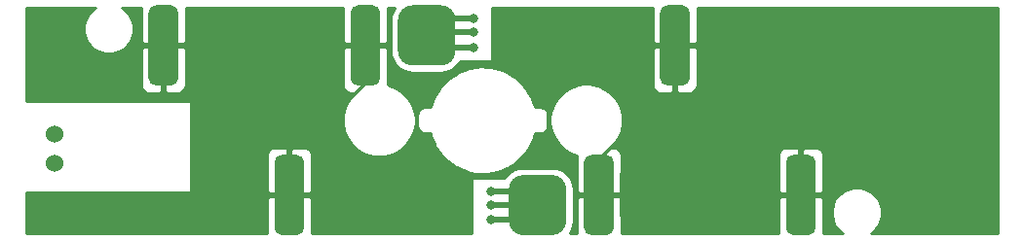
<source format=gtl>
%TF.GenerationSoftware,KiCad,Pcbnew,(5.1.9-0-10_14)*%
%TF.CreationDate,2022-02-18T16:21:06-06:00*%
%TF.ProjectId,OwlSat_Z_Panel,4f776c53-6174-45f5-9a5f-50616e656c2e,rev?*%
%TF.SameCoordinates,Original*%
%TF.FileFunction,Copper,L1,Top*%
%TF.FilePolarity,Positive*%
%FSLAX46Y46*%
G04 Gerber Fmt 4.6, Leading zero omitted, Abs format (unit mm)*
G04 Created by KiCad (PCBNEW (5.1.9-0-10_14)) date 2022-02-18 16:21:06*
%MOMM*%
%LPD*%
G01*
G04 APERTURE LIST*
%TA.AperFunction,ComponentPad*%
%ADD10C,1.524000*%
%TD*%
%TA.AperFunction,ViaPad*%
%ADD11C,0.800000*%
%TD*%
%TA.AperFunction,Conductor*%
%ADD12C,0.250000*%
%TD*%
%TA.AperFunction,Conductor*%
%ADD13C,0.500000*%
%TD*%
%TA.AperFunction,Conductor*%
%ADD14C,0.254000*%
%TD*%
%TA.AperFunction,Conductor*%
%ADD15C,0.100000*%
%TD*%
G04 APERTURE END LIST*
%TO.P,U1,4*%
%TO.N,Net-(U1-Pad1)*%
%TA.AperFunction,SMDPad,CuDef*%
G36*
G01*
X123230000Y-72800000D02*
X123230000Y-78500000D01*
G75*
G02*
X122580000Y-79150000I-650000J0D01*
G01*
X121280000Y-79150000D01*
G75*
G02*
X120630000Y-78500000I0J650000D01*
G01*
X120630000Y-72800000D01*
G75*
G02*
X121280000Y-72150000I650000J0D01*
G01*
X122580000Y-72150000D01*
G75*
G02*
X123230000Y-72800000I0J-650000D01*
G01*
G37*
%TD.AperFunction*%
%TO.P,U1,3*%
%TA.AperFunction,SMDPad,CuDef*%
G36*
G01*
X140780000Y-72800000D02*
X140780000Y-78500000D01*
G75*
G02*
X140130000Y-79150000I-650000J0D01*
G01*
X138830000Y-79150000D01*
G75*
G02*
X138180000Y-78500000I0J650000D01*
G01*
X138180000Y-72800000D01*
G75*
G02*
X138830000Y-72150000I650000J0D01*
G01*
X140130000Y-72150000D01*
G75*
G02*
X140780000Y-72800000I0J-650000D01*
G01*
G37*
%TD.AperFunction*%
%TO.P,U1,2*%
%TO.N,Net-(U1-Pad2)*%
%TA.AperFunction,SMDPad,CuDef*%
G36*
G01*
X147310000Y-73395000D02*
X147310000Y-76145000D01*
G75*
G02*
X146060000Y-77395000I-1250000J0D01*
G01*
X143560000Y-77395000D01*
G75*
G02*
X142310000Y-76145000I0J1250000D01*
G01*
X142310000Y-73395000D01*
G75*
G02*
X143560000Y-72145000I1250000J0D01*
G01*
X146060000Y-72145000D01*
G75*
G02*
X147310000Y-73395000I0J-1250000D01*
G01*
G37*
%TD.AperFunction*%
%TO.P,U1,1*%
%TO.N,Net-(U1-Pad1)*%
%TA.AperFunction,SMDPad,CuDef*%
G36*
G01*
X167680000Y-72800000D02*
X167680000Y-78500000D01*
G75*
G02*
X167030000Y-79150000I-650000J0D01*
G01*
X165730000Y-79150000D01*
G75*
G02*
X165080000Y-78500000I0J650000D01*
G01*
X165080000Y-72800000D01*
G75*
G02*
X165730000Y-72150000I650000J0D01*
G01*
X167030000Y-72150000D01*
G75*
G02*
X167680000Y-72800000I0J-650000D01*
G01*
G37*
%TD.AperFunction*%
%TD*%
%TO.P,U2,1*%
%TO.N,Net-(U1-Pad1)*%
%TA.AperFunction,SMDPad,CuDef*%
G36*
G01*
X131570000Y-91530000D02*
X131570000Y-85830000D01*
G75*
G02*
X132220000Y-85180000I650000J0D01*
G01*
X133520000Y-85180000D01*
G75*
G02*
X134170000Y-85830000I0J-650000D01*
G01*
X134170000Y-91530000D01*
G75*
G02*
X133520000Y-92180000I-650000J0D01*
G01*
X132220000Y-92180000D01*
G75*
G02*
X131570000Y-91530000I0J650000D01*
G01*
G37*
%TD.AperFunction*%
%TO.P,U2,2*%
%TO.N,Net-(U1-Pad2)*%
%TA.AperFunction,SMDPad,CuDef*%
G36*
G01*
X151940000Y-90935000D02*
X151940000Y-88185000D01*
G75*
G02*
X153190000Y-86935000I1250000J0D01*
G01*
X155690000Y-86935000D01*
G75*
G02*
X156940000Y-88185000I0J-1250000D01*
G01*
X156940000Y-90935000D01*
G75*
G02*
X155690000Y-92185000I-1250000J0D01*
G01*
X153190000Y-92185000D01*
G75*
G02*
X151940000Y-90935000I0J1250000D01*
G01*
G37*
%TD.AperFunction*%
%TO.P,U2,3*%
%TO.N,Net-(U1-Pad1)*%
%TA.AperFunction,SMDPad,CuDef*%
G36*
G01*
X158470000Y-91530000D02*
X158470000Y-85830000D01*
G75*
G02*
X159120000Y-85180000I650000J0D01*
G01*
X160420000Y-85180000D01*
G75*
G02*
X161070000Y-85830000I0J-650000D01*
G01*
X161070000Y-91530000D01*
G75*
G02*
X160420000Y-92180000I-650000J0D01*
G01*
X159120000Y-92180000D01*
G75*
G02*
X158470000Y-91530000I0J650000D01*
G01*
G37*
%TD.AperFunction*%
%TO.P,U2,4*%
%TA.AperFunction,SMDPad,CuDef*%
G36*
G01*
X176020000Y-91530000D02*
X176020000Y-85830000D01*
G75*
G02*
X176670000Y-85180000I650000J0D01*
G01*
X177970000Y-85180000D01*
G75*
G02*
X178620000Y-85830000I0J-650000D01*
G01*
X178620000Y-91530000D01*
G75*
G02*
X177970000Y-92180000I-650000J0D01*
G01*
X176670000Y-92180000D01*
G75*
G02*
X176020000Y-91530000I0J650000D01*
G01*
G37*
%TD.AperFunction*%
%TD*%
D10*
%TO.P,U5,1*%
%TO.N,Net-(U4-Pad1)*%
X112510000Y-83370000D03*
%TO.P,U5,2*%
%TO.N,Net-(U4-Pad2)*%
X112510000Y-85910000D03*
%TD*%
D11*
%TO.N,Net-(U1-Pad1)*%
X184840000Y-80270000D03*
X184840000Y-81540000D03*
%TO.N,Net-(U1-Pad2)*%
X148910000Y-73260000D03*
X148920000Y-74490000D03*
X148920000Y-75820000D03*
X150370000Y-88350000D03*
X150380000Y-89570000D03*
X150380000Y-90830000D03*
%TD*%
D12*
%TO.N,Net-(U1-Pad1)*%
X139480000Y-75650000D02*
X139480000Y-78860000D01*
X139480000Y-78860000D02*
X138480000Y-79860000D01*
X159770000Y-88680000D02*
X159770000Y-85530000D01*
X159770000Y-85530000D02*
X160770000Y-84530000D01*
D13*
%TO.N,Net-(U1-Pad2)*%
X153230000Y-88350000D02*
X154440000Y-89560000D01*
X150370000Y-88350000D02*
X153230000Y-88350000D01*
X154430000Y-89570000D02*
X154440000Y-89560000D01*
X150380000Y-89570000D02*
X154430000Y-89570000D01*
X153170000Y-90830000D02*
X154440000Y-89560000D01*
X150380000Y-90830000D02*
X153170000Y-90830000D01*
X146320000Y-73260000D02*
X144810000Y-74770000D01*
X148910000Y-73260000D02*
X146320000Y-73260000D01*
X145090000Y-74490000D02*
X144810000Y-74770000D01*
X148920000Y-74490000D02*
X145090000Y-74490000D01*
X145860000Y-75820000D02*
X144810000Y-74770000D01*
X148920000Y-75820000D02*
X145860000Y-75820000D01*
%TD*%
D14*
%TO.N,Net-(U1-Pad1)*%
X115787023Y-72514837D02*
X115484837Y-72817023D01*
X115247412Y-73172355D01*
X115083870Y-73567179D01*
X115000497Y-73986323D01*
X115000497Y-74413677D01*
X115083870Y-74832821D01*
X115247412Y-75227645D01*
X115484837Y-75582977D01*
X115787023Y-75885163D01*
X116142355Y-76122588D01*
X116537179Y-76286130D01*
X116956323Y-76369503D01*
X117383677Y-76369503D01*
X117802821Y-76286130D01*
X118197645Y-76122588D01*
X118552977Y-75885163D01*
X118855163Y-75582977D01*
X119092588Y-75227645D01*
X119256130Y-74832821D01*
X119339503Y-74413677D01*
X119339503Y-73986323D01*
X119256130Y-73567179D01*
X119092588Y-73172355D01*
X118855163Y-72817023D01*
X118552977Y-72514837D01*
X118286825Y-72337000D01*
X119992107Y-72337000D01*
X119995000Y-75364250D01*
X120153750Y-75523000D01*
X121803000Y-75523000D01*
X121803000Y-75503000D01*
X122057000Y-75503000D01*
X122057000Y-75523000D01*
X123706250Y-75523000D01*
X123865000Y-75364250D01*
X123867893Y-72337000D01*
X137542107Y-72337000D01*
X137545000Y-75364250D01*
X137703750Y-75523000D01*
X139353000Y-75523000D01*
X139353000Y-75503000D01*
X139607000Y-75503000D01*
X139607000Y-75523000D01*
X141256250Y-75523000D01*
X141415000Y-75364250D01*
X141417893Y-72337000D01*
X141997547Y-72337000D01*
X141990126Y-72346043D01*
X141815649Y-72672466D01*
X141708207Y-73026655D01*
X141671928Y-73395000D01*
X141671928Y-76145000D01*
X141708207Y-76513345D01*
X141815649Y-76867534D01*
X141990126Y-77193957D01*
X142224931Y-77480069D01*
X142511043Y-77714874D01*
X142837466Y-77889351D01*
X143191655Y-77996793D01*
X143560000Y-78033072D01*
X146060000Y-78033072D01*
X146428345Y-77996793D01*
X146782534Y-77889351D01*
X147108957Y-77714874D01*
X147395069Y-77480069D01*
X147629874Y-77193957D01*
X147719115Y-77027000D01*
X150320000Y-77027000D01*
X150344776Y-77024560D01*
X150368601Y-77017333D01*
X150390557Y-77005597D01*
X150409803Y-76989803D01*
X150425597Y-76970557D01*
X150437333Y-76948601D01*
X150444560Y-76924776D01*
X150447000Y-76900000D01*
X150447000Y-72337000D01*
X164442107Y-72337000D01*
X164445000Y-75364250D01*
X164603750Y-75523000D01*
X166253000Y-75523000D01*
X166253000Y-75503000D01*
X166507000Y-75503000D01*
X166507000Y-75523000D01*
X168156250Y-75523000D01*
X168315000Y-75364250D01*
X168317893Y-72337000D01*
X194463000Y-72337000D01*
X194463000Y-91993000D01*
X183391646Y-91993000D01*
X183552998Y-91885188D01*
X183855188Y-91582998D01*
X184092617Y-91227660D01*
X184256162Y-90832830D01*
X184339536Y-90413681D01*
X184339536Y-89986319D01*
X184256162Y-89567170D01*
X184092617Y-89172340D01*
X183855188Y-88817002D01*
X183552998Y-88514812D01*
X183197660Y-88277383D01*
X182802830Y-88113838D01*
X182383681Y-88030464D01*
X181956319Y-88030464D01*
X181537170Y-88113838D01*
X181142340Y-88277383D01*
X180787002Y-88514812D01*
X180484812Y-88817002D01*
X180247383Y-89172340D01*
X180083838Y-89567170D01*
X180000464Y-89986319D01*
X180000464Y-90413681D01*
X180083838Y-90832830D01*
X180247383Y-91227660D01*
X180484812Y-91582998D01*
X180787002Y-91885188D01*
X180948354Y-91993000D01*
X179257893Y-91993000D01*
X179255000Y-88965750D01*
X179096250Y-88807000D01*
X177447000Y-88807000D01*
X177447000Y-88827000D01*
X177193000Y-88827000D01*
X177193000Y-88807000D01*
X175543750Y-88807000D01*
X175385000Y-88965750D01*
X175382107Y-91993000D01*
X161707893Y-91993000D01*
X161705000Y-88965750D01*
X161546250Y-88807000D01*
X159897000Y-88807000D01*
X159897000Y-88827000D01*
X159643000Y-88827000D01*
X159643000Y-88807000D01*
X157993750Y-88807000D01*
X157835000Y-88965750D01*
X157832107Y-91993000D01*
X157252453Y-91993000D01*
X157259874Y-91983957D01*
X157434351Y-91657534D01*
X157541793Y-91303345D01*
X157578072Y-90935000D01*
X157578072Y-88185000D01*
X157541793Y-87816655D01*
X157434351Y-87462466D01*
X157259874Y-87136043D01*
X157025069Y-86849931D01*
X156738957Y-86615126D01*
X156412534Y-86440649D01*
X156058345Y-86333207D01*
X155690000Y-86296928D01*
X153190000Y-86296928D01*
X152821655Y-86333207D01*
X152467466Y-86440649D01*
X152141043Y-86615126D01*
X151854931Y-86849931D01*
X151620126Y-87136043D01*
X151611062Y-87153000D01*
X148840000Y-87153000D01*
X148815224Y-87155440D01*
X148791399Y-87162667D01*
X148769443Y-87174403D01*
X148750197Y-87190197D01*
X148734403Y-87209443D01*
X148722667Y-87231399D01*
X148715440Y-87255224D01*
X148713000Y-87280000D01*
X148713000Y-91993000D01*
X134807893Y-91993000D01*
X134805000Y-88965750D01*
X134646250Y-88807000D01*
X132997000Y-88807000D01*
X132997000Y-88827000D01*
X132743000Y-88827000D01*
X132743000Y-88807000D01*
X131093750Y-88807000D01*
X130935000Y-88965750D01*
X130932107Y-91993000D01*
X109977000Y-91993000D01*
X109977000Y-88467000D01*
X124240000Y-88467000D01*
X124264939Y-88464527D01*
X124288754Y-88457269D01*
X124310695Y-88445505D01*
X124329919Y-88429686D01*
X124345688Y-88410420D01*
X124357396Y-88388448D01*
X124364592Y-88364614D01*
X124367000Y-88339835D01*
X124362886Y-85180000D01*
X130931928Y-85180000D01*
X130935000Y-88394250D01*
X131093750Y-88553000D01*
X132743000Y-88553000D01*
X132743000Y-84703750D01*
X132997000Y-84703750D01*
X132997000Y-88553000D01*
X134646250Y-88553000D01*
X134805000Y-88394250D01*
X134808072Y-85180000D01*
X134795812Y-85055518D01*
X134759502Y-84935820D01*
X134700537Y-84825506D01*
X134621185Y-84728815D01*
X134524494Y-84649463D01*
X134414180Y-84590498D01*
X134294482Y-84554188D01*
X134170000Y-84541928D01*
X133155750Y-84545000D01*
X132997000Y-84703750D01*
X132743000Y-84703750D01*
X132584250Y-84545000D01*
X131570000Y-84541928D01*
X131445518Y-84554188D01*
X131325820Y-84590498D01*
X131215506Y-84649463D01*
X131118815Y-84728815D01*
X131039463Y-84825506D01*
X130980498Y-84935820D01*
X130944188Y-85055518D01*
X130931928Y-85180000D01*
X124362886Y-85180000D01*
X124358548Y-81848305D01*
X137515313Y-81848305D01*
X137515313Y-82471695D01*
X137636930Y-83083105D01*
X137875490Y-83659042D01*
X138221827Y-84177371D01*
X138662629Y-84618173D01*
X139180958Y-84964510D01*
X139756895Y-85203070D01*
X140368305Y-85324687D01*
X140991695Y-85324687D01*
X141603105Y-85203070D01*
X142179042Y-84964510D01*
X142697371Y-84618173D01*
X143138173Y-84177371D01*
X143484510Y-83659042D01*
X143723070Y-83083105D01*
X143844687Y-82471695D01*
X143844687Y-81848305D01*
X143807231Y-81660000D01*
X144006807Y-81660000D01*
X144010000Y-81692420D01*
X144010001Y-82627571D01*
X144006807Y-82660000D01*
X144019550Y-82789383D01*
X144057290Y-82913793D01*
X144118575Y-83028450D01*
X144201052Y-83128948D01*
X144301550Y-83211425D01*
X144416207Y-83272710D01*
X144540617Y-83310450D01*
X144637581Y-83320000D01*
X144670000Y-83323193D01*
X144702419Y-83320000D01*
X145131717Y-83320000D01*
X145149968Y-83408910D01*
X145165750Y-83459891D01*
X145179810Y-83511377D01*
X145183154Y-83519964D01*
X145473729Y-84251075D01*
X145501126Y-84304213D01*
X145527809Y-84357789D01*
X145532757Y-84365563D01*
X145959804Y-85026310D01*
X145997019Y-85073138D01*
X146033583Y-85120489D01*
X146039947Y-85127154D01*
X146587201Y-85692370D01*
X146632822Y-85731093D01*
X146677866Y-85770423D01*
X146685403Y-85775725D01*
X147332019Y-86223881D01*
X147384247Y-86252981D01*
X147436119Y-86282839D01*
X147444542Y-86286576D01*
X148165891Y-86600602D01*
X148222800Y-86619010D01*
X148279459Y-86638216D01*
X148288448Y-86640246D01*
X149057054Y-86808181D01*
X149116457Y-86815185D01*
X149175765Y-86823020D01*
X149184977Y-86823265D01*
X149971565Y-86838712D01*
X150031185Y-86834046D01*
X150090897Y-86830211D01*
X150099981Y-86828662D01*
X150874587Y-86691033D01*
X150932165Y-86674875D01*
X150989996Y-86659515D01*
X150998607Y-86656231D01*
X151731729Y-86370767D01*
X151785094Y-86343722D01*
X151838817Y-86317433D01*
X151846625Y-86312539D01*
X152510338Y-85890115D01*
X152557414Y-85853236D01*
X152605028Y-85816997D01*
X152611738Y-85810680D01*
X153180762Y-85267385D01*
X153219774Y-85222069D01*
X153259447Y-85177267D01*
X153264801Y-85169766D01*
X153717461Y-84526295D01*
X153746943Y-84474238D01*
X153777143Y-84422609D01*
X153780939Y-84414212D01*
X154099993Y-83695073D01*
X154118797Y-83638296D01*
X154138399Y-83581771D01*
X154140491Y-83572796D01*
X154197577Y-83320000D01*
X154637581Y-83320000D01*
X154670000Y-83323193D01*
X154702419Y-83320000D01*
X154799383Y-83310450D01*
X154923793Y-83272710D01*
X155038450Y-83211425D01*
X155138948Y-83128948D01*
X155221425Y-83028450D01*
X155282710Y-82913793D01*
X155320450Y-82789383D01*
X155333193Y-82660000D01*
X155330000Y-82627581D01*
X155330000Y-81848305D01*
X155515313Y-81848305D01*
X155515313Y-82471695D01*
X155636930Y-83083105D01*
X155875490Y-83659042D01*
X156221827Y-84177371D01*
X156662629Y-84618173D01*
X157180958Y-84964510D01*
X157756895Y-85203070D01*
X157831964Y-85218002D01*
X157835000Y-88394250D01*
X157993750Y-88553000D01*
X159643000Y-88553000D01*
X159643000Y-88533000D01*
X159897000Y-88533000D01*
X159897000Y-88553000D01*
X161546250Y-88553000D01*
X161705000Y-88394250D01*
X161708072Y-85180000D01*
X175381928Y-85180000D01*
X175385000Y-88394250D01*
X175543750Y-88553000D01*
X177193000Y-88553000D01*
X177193000Y-84703750D01*
X177447000Y-84703750D01*
X177447000Y-88553000D01*
X179096250Y-88553000D01*
X179255000Y-88394250D01*
X179258072Y-85180000D01*
X179245812Y-85055518D01*
X179209502Y-84935820D01*
X179150537Y-84825506D01*
X179071185Y-84728815D01*
X178974494Y-84649463D01*
X178864180Y-84590498D01*
X178744482Y-84554188D01*
X178620000Y-84541928D01*
X177605750Y-84545000D01*
X177447000Y-84703750D01*
X177193000Y-84703750D01*
X177034250Y-84545000D01*
X176020000Y-84541928D01*
X175895518Y-84554188D01*
X175775820Y-84590498D01*
X175665506Y-84649463D01*
X175568815Y-84728815D01*
X175489463Y-84825506D01*
X175430498Y-84935820D01*
X175394188Y-85055518D01*
X175381928Y-85180000D01*
X161708072Y-85180000D01*
X161695812Y-85055518D01*
X161659502Y-84935820D01*
X161600537Y-84825506D01*
X161521185Y-84728815D01*
X161424494Y-84649463D01*
X161314180Y-84590498D01*
X161194482Y-84554188D01*
X161070000Y-84541928D01*
X160772716Y-84542828D01*
X161138173Y-84177371D01*
X161484510Y-83659042D01*
X161723070Y-83083105D01*
X161844687Y-82471695D01*
X161844687Y-81848305D01*
X161723070Y-81236895D01*
X161484510Y-80660958D01*
X161138173Y-80142629D01*
X160697371Y-79701827D01*
X160179042Y-79355490D01*
X159682944Y-79150000D01*
X164441928Y-79150000D01*
X164454188Y-79274482D01*
X164490498Y-79394180D01*
X164549463Y-79504494D01*
X164628815Y-79601185D01*
X164725506Y-79680537D01*
X164835820Y-79739502D01*
X164955518Y-79775812D01*
X165080000Y-79788072D01*
X166094250Y-79785000D01*
X166253000Y-79626250D01*
X166253000Y-75777000D01*
X166507000Y-75777000D01*
X166507000Y-79626250D01*
X166665750Y-79785000D01*
X167680000Y-79788072D01*
X167804482Y-79775812D01*
X167924180Y-79739502D01*
X168034494Y-79680537D01*
X168131185Y-79601185D01*
X168210537Y-79504494D01*
X168269502Y-79394180D01*
X168305812Y-79274482D01*
X168318072Y-79150000D01*
X168315000Y-75935750D01*
X168156250Y-75777000D01*
X166507000Y-75777000D01*
X166253000Y-75777000D01*
X164603750Y-75777000D01*
X164445000Y-75935750D01*
X164441928Y-79150000D01*
X159682944Y-79150000D01*
X159603105Y-79116930D01*
X158991695Y-78995313D01*
X158368305Y-78995313D01*
X157756895Y-79116930D01*
X157180958Y-79355490D01*
X156662629Y-79701827D01*
X156221827Y-80142629D01*
X155875490Y-80660958D01*
X155636930Y-81236895D01*
X155515313Y-81848305D01*
X155330000Y-81848305D01*
X155330000Y-81692419D01*
X155333193Y-81660000D01*
X155320450Y-81530617D01*
X155282710Y-81406207D01*
X155221425Y-81291550D01*
X155138948Y-81191052D01*
X155038450Y-81108575D01*
X154923793Y-81047290D01*
X154799383Y-81009550D01*
X154702419Y-81000000D01*
X154670000Y-80996807D01*
X154637581Y-81000000D01*
X154208366Y-81000000D01*
X154190395Y-80912385D01*
X154174641Y-80861467D01*
X154160606Y-80810010D01*
X154157264Y-80801422D01*
X153866917Y-80070221D01*
X153839518Y-80017041D01*
X153812869Y-79963490D01*
X153807923Y-79955714D01*
X153381079Y-79294834D01*
X153343869Y-79247983D01*
X153307330Y-79200634D01*
X153300968Y-79193967D01*
X152753888Y-78628582D01*
X152708301Y-78589863D01*
X152663247Y-78550500D01*
X152655712Y-78545196D01*
X152009234Y-78096840D01*
X151956996Y-78067714D01*
X151905153Y-78037851D01*
X151896731Y-78034112D01*
X151175479Y-77719863D01*
X151118588Y-77701441D01*
X151061922Y-77682213D01*
X151052933Y-77680181D01*
X150284380Y-77512009D01*
X150224990Y-77504988D01*
X150165672Y-77497133D01*
X150156460Y-77496885D01*
X149369879Y-77481196D01*
X149310209Y-77485848D01*
X149250544Y-77489661D01*
X149241460Y-77491207D01*
X149241456Y-77491207D01*
X148466811Y-77628597D01*
X148409257Y-77644729D01*
X148351392Y-77660079D01*
X148342781Y-77663360D01*
X147609571Y-77948597D01*
X147556221Y-77975613D01*
X147502465Y-78001898D01*
X147494656Y-78006789D01*
X146830812Y-78429008D01*
X146783696Y-78465896D01*
X146736100Y-78502098D01*
X146729388Y-78508413D01*
X146160197Y-79051533D01*
X146121153Y-79096858D01*
X146081485Y-79141627D01*
X146076128Y-79149125D01*
X145623270Y-79792457D01*
X145593782Y-79844487D01*
X145563556Y-79896123D01*
X145559758Y-79904519D01*
X145240481Y-80623561D01*
X145221666Y-80680311D01*
X145202039Y-80736852D01*
X145199944Y-80745826D01*
X145142464Y-81000000D01*
X144702419Y-81000000D01*
X144670000Y-80996807D01*
X144637581Y-81000000D01*
X144540617Y-81009550D01*
X144416207Y-81047290D01*
X144301550Y-81108575D01*
X144201052Y-81191052D01*
X144118575Y-81291550D01*
X144057290Y-81406207D01*
X144019550Y-81530617D01*
X144006807Y-81660000D01*
X143807231Y-81660000D01*
X143723070Y-81236895D01*
X143484510Y-80660958D01*
X143138173Y-80142629D01*
X142697371Y-79701827D01*
X142179042Y-79355490D01*
X141603105Y-79116930D01*
X141418005Y-79080111D01*
X141415000Y-75935750D01*
X141256250Y-75777000D01*
X139607000Y-75777000D01*
X139607000Y-75797000D01*
X139353000Y-75797000D01*
X139353000Y-75777000D01*
X137703750Y-75777000D01*
X137545000Y-75935750D01*
X137541928Y-79150000D01*
X137554188Y-79274482D01*
X137590498Y-79394180D01*
X137649463Y-79504494D01*
X137728815Y-79601185D01*
X137825506Y-79680537D01*
X137935820Y-79739502D01*
X138055518Y-79775812D01*
X138180000Y-79788072D01*
X138577588Y-79786868D01*
X138221827Y-80142629D01*
X137875490Y-80660958D01*
X137636930Y-81236895D01*
X137515313Y-81848305D01*
X124358548Y-81848305D01*
X124357000Y-80659835D01*
X124354560Y-80635224D01*
X124347333Y-80611399D01*
X124335597Y-80589443D01*
X124319803Y-80570197D01*
X124300557Y-80554403D01*
X124278601Y-80542667D01*
X124254776Y-80535440D01*
X124230000Y-80533000D01*
X109977000Y-80533000D01*
X109977000Y-79150000D01*
X119991928Y-79150000D01*
X120004188Y-79274482D01*
X120040498Y-79394180D01*
X120099463Y-79504494D01*
X120178815Y-79601185D01*
X120275506Y-79680537D01*
X120385820Y-79739502D01*
X120505518Y-79775812D01*
X120630000Y-79788072D01*
X121644250Y-79785000D01*
X121803000Y-79626250D01*
X121803000Y-75777000D01*
X122057000Y-75777000D01*
X122057000Y-79626250D01*
X122215750Y-79785000D01*
X123230000Y-79788072D01*
X123354482Y-79775812D01*
X123474180Y-79739502D01*
X123584494Y-79680537D01*
X123681185Y-79601185D01*
X123760537Y-79504494D01*
X123819502Y-79394180D01*
X123855812Y-79274482D01*
X123868072Y-79150000D01*
X123865000Y-75935750D01*
X123706250Y-75777000D01*
X122057000Y-75777000D01*
X121803000Y-75777000D01*
X120153750Y-75777000D01*
X119995000Y-75935750D01*
X119991928Y-79150000D01*
X109977000Y-79150000D01*
X109977000Y-72337000D01*
X116053175Y-72337000D01*
X115787023Y-72514837D01*
%TA.AperFunction,Conductor*%
D15*
G36*
X115787023Y-72514837D02*
G01*
X115484837Y-72817023D01*
X115247412Y-73172355D01*
X115083870Y-73567179D01*
X115000497Y-73986323D01*
X115000497Y-74413677D01*
X115083870Y-74832821D01*
X115247412Y-75227645D01*
X115484837Y-75582977D01*
X115787023Y-75885163D01*
X116142355Y-76122588D01*
X116537179Y-76286130D01*
X116956323Y-76369503D01*
X117383677Y-76369503D01*
X117802821Y-76286130D01*
X118197645Y-76122588D01*
X118552977Y-75885163D01*
X118855163Y-75582977D01*
X119092588Y-75227645D01*
X119256130Y-74832821D01*
X119339503Y-74413677D01*
X119339503Y-73986323D01*
X119256130Y-73567179D01*
X119092588Y-73172355D01*
X118855163Y-72817023D01*
X118552977Y-72514837D01*
X118286825Y-72337000D01*
X119992107Y-72337000D01*
X119995000Y-75364250D01*
X120153750Y-75523000D01*
X121803000Y-75523000D01*
X121803000Y-75503000D01*
X122057000Y-75503000D01*
X122057000Y-75523000D01*
X123706250Y-75523000D01*
X123865000Y-75364250D01*
X123867893Y-72337000D01*
X137542107Y-72337000D01*
X137545000Y-75364250D01*
X137703750Y-75523000D01*
X139353000Y-75523000D01*
X139353000Y-75503000D01*
X139607000Y-75503000D01*
X139607000Y-75523000D01*
X141256250Y-75523000D01*
X141415000Y-75364250D01*
X141417893Y-72337000D01*
X141997547Y-72337000D01*
X141990126Y-72346043D01*
X141815649Y-72672466D01*
X141708207Y-73026655D01*
X141671928Y-73395000D01*
X141671928Y-76145000D01*
X141708207Y-76513345D01*
X141815649Y-76867534D01*
X141990126Y-77193957D01*
X142224931Y-77480069D01*
X142511043Y-77714874D01*
X142837466Y-77889351D01*
X143191655Y-77996793D01*
X143560000Y-78033072D01*
X146060000Y-78033072D01*
X146428345Y-77996793D01*
X146782534Y-77889351D01*
X147108957Y-77714874D01*
X147395069Y-77480069D01*
X147629874Y-77193957D01*
X147719115Y-77027000D01*
X150320000Y-77027000D01*
X150344776Y-77024560D01*
X150368601Y-77017333D01*
X150390557Y-77005597D01*
X150409803Y-76989803D01*
X150425597Y-76970557D01*
X150437333Y-76948601D01*
X150444560Y-76924776D01*
X150447000Y-76900000D01*
X150447000Y-72337000D01*
X164442107Y-72337000D01*
X164445000Y-75364250D01*
X164603750Y-75523000D01*
X166253000Y-75523000D01*
X166253000Y-75503000D01*
X166507000Y-75503000D01*
X166507000Y-75523000D01*
X168156250Y-75523000D01*
X168315000Y-75364250D01*
X168317893Y-72337000D01*
X194463000Y-72337000D01*
X194463000Y-91993000D01*
X183391646Y-91993000D01*
X183552998Y-91885188D01*
X183855188Y-91582998D01*
X184092617Y-91227660D01*
X184256162Y-90832830D01*
X184339536Y-90413681D01*
X184339536Y-89986319D01*
X184256162Y-89567170D01*
X184092617Y-89172340D01*
X183855188Y-88817002D01*
X183552998Y-88514812D01*
X183197660Y-88277383D01*
X182802830Y-88113838D01*
X182383681Y-88030464D01*
X181956319Y-88030464D01*
X181537170Y-88113838D01*
X181142340Y-88277383D01*
X180787002Y-88514812D01*
X180484812Y-88817002D01*
X180247383Y-89172340D01*
X180083838Y-89567170D01*
X180000464Y-89986319D01*
X180000464Y-90413681D01*
X180083838Y-90832830D01*
X180247383Y-91227660D01*
X180484812Y-91582998D01*
X180787002Y-91885188D01*
X180948354Y-91993000D01*
X179257893Y-91993000D01*
X179255000Y-88965750D01*
X179096250Y-88807000D01*
X177447000Y-88807000D01*
X177447000Y-88827000D01*
X177193000Y-88827000D01*
X177193000Y-88807000D01*
X175543750Y-88807000D01*
X175385000Y-88965750D01*
X175382107Y-91993000D01*
X161707893Y-91993000D01*
X161705000Y-88965750D01*
X161546250Y-88807000D01*
X159897000Y-88807000D01*
X159897000Y-88827000D01*
X159643000Y-88827000D01*
X159643000Y-88807000D01*
X157993750Y-88807000D01*
X157835000Y-88965750D01*
X157832107Y-91993000D01*
X157252453Y-91993000D01*
X157259874Y-91983957D01*
X157434351Y-91657534D01*
X157541793Y-91303345D01*
X157578072Y-90935000D01*
X157578072Y-88185000D01*
X157541793Y-87816655D01*
X157434351Y-87462466D01*
X157259874Y-87136043D01*
X157025069Y-86849931D01*
X156738957Y-86615126D01*
X156412534Y-86440649D01*
X156058345Y-86333207D01*
X155690000Y-86296928D01*
X153190000Y-86296928D01*
X152821655Y-86333207D01*
X152467466Y-86440649D01*
X152141043Y-86615126D01*
X151854931Y-86849931D01*
X151620126Y-87136043D01*
X151611062Y-87153000D01*
X148840000Y-87153000D01*
X148815224Y-87155440D01*
X148791399Y-87162667D01*
X148769443Y-87174403D01*
X148750197Y-87190197D01*
X148734403Y-87209443D01*
X148722667Y-87231399D01*
X148715440Y-87255224D01*
X148713000Y-87280000D01*
X148713000Y-91993000D01*
X134807893Y-91993000D01*
X134805000Y-88965750D01*
X134646250Y-88807000D01*
X132997000Y-88807000D01*
X132997000Y-88827000D01*
X132743000Y-88827000D01*
X132743000Y-88807000D01*
X131093750Y-88807000D01*
X130935000Y-88965750D01*
X130932107Y-91993000D01*
X109977000Y-91993000D01*
X109977000Y-88467000D01*
X124240000Y-88467000D01*
X124264939Y-88464527D01*
X124288754Y-88457269D01*
X124310695Y-88445505D01*
X124329919Y-88429686D01*
X124345688Y-88410420D01*
X124357396Y-88388448D01*
X124364592Y-88364614D01*
X124367000Y-88339835D01*
X124362886Y-85180000D01*
X130931928Y-85180000D01*
X130935000Y-88394250D01*
X131093750Y-88553000D01*
X132743000Y-88553000D01*
X132743000Y-84703750D01*
X132997000Y-84703750D01*
X132997000Y-88553000D01*
X134646250Y-88553000D01*
X134805000Y-88394250D01*
X134808072Y-85180000D01*
X134795812Y-85055518D01*
X134759502Y-84935820D01*
X134700537Y-84825506D01*
X134621185Y-84728815D01*
X134524494Y-84649463D01*
X134414180Y-84590498D01*
X134294482Y-84554188D01*
X134170000Y-84541928D01*
X133155750Y-84545000D01*
X132997000Y-84703750D01*
X132743000Y-84703750D01*
X132584250Y-84545000D01*
X131570000Y-84541928D01*
X131445518Y-84554188D01*
X131325820Y-84590498D01*
X131215506Y-84649463D01*
X131118815Y-84728815D01*
X131039463Y-84825506D01*
X130980498Y-84935820D01*
X130944188Y-85055518D01*
X130931928Y-85180000D01*
X124362886Y-85180000D01*
X124358548Y-81848305D01*
X137515313Y-81848305D01*
X137515313Y-82471695D01*
X137636930Y-83083105D01*
X137875490Y-83659042D01*
X138221827Y-84177371D01*
X138662629Y-84618173D01*
X139180958Y-84964510D01*
X139756895Y-85203070D01*
X140368305Y-85324687D01*
X140991695Y-85324687D01*
X141603105Y-85203070D01*
X142179042Y-84964510D01*
X142697371Y-84618173D01*
X143138173Y-84177371D01*
X143484510Y-83659042D01*
X143723070Y-83083105D01*
X143844687Y-82471695D01*
X143844687Y-81848305D01*
X143807231Y-81660000D01*
X144006807Y-81660000D01*
X144010000Y-81692420D01*
X144010001Y-82627571D01*
X144006807Y-82660000D01*
X144019550Y-82789383D01*
X144057290Y-82913793D01*
X144118575Y-83028450D01*
X144201052Y-83128948D01*
X144301550Y-83211425D01*
X144416207Y-83272710D01*
X144540617Y-83310450D01*
X144637581Y-83320000D01*
X144670000Y-83323193D01*
X144702419Y-83320000D01*
X145131717Y-83320000D01*
X145149968Y-83408910D01*
X145165750Y-83459891D01*
X145179810Y-83511377D01*
X145183154Y-83519964D01*
X145473729Y-84251075D01*
X145501126Y-84304213D01*
X145527809Y-84357789D01*
X145532757Y-84365563D01*
X145959804Y-85026310D01*
X145997019Y-85073138D01*
X146033583Y-85120489D01*
X146039947Y-85127154D01*
X146587201Y-85692370D01*
X146632822Y-85731093D01*
X146677866Y-85770423D01*
X146685403Y-85775725D01*
X147332019Y-86223881D01*
X147384247Y-86252981D01*
X147436119Y-86282839D01*
X147444542Y-86286576D01*
X148165891Y-86600602D01*
X148222800Y-86619010D01*
X148279459Y-86638216D01*
X148288448Y-86640246D01*
X149057054Y-86808181D01*
X149116457Y-86815185D01*
X149175765Y-86823020D01*
X149184977Y-86823265D01*
X149971565Y-86838712D01*
X150031185Y-86834046D01*
X150090897Y-86830211D01*
X150099981Y-86828662D01*
X150874587Y-86691033D01*
X150932165Y-86674875D01*
X150989996Y-86659515D01*
X150998607Y-86656231D01*
X151731729Y-86370767D01*
X151785094Y-86343722D01*
X151838817Y-86317433D01*
X151846625Y-86312539D01*
X152510338Y-85890115D01*
X152557414Y-85853236D01*
X152605028Y-85816997D01*
X152611738Y-85810680D01*
X153180762Y-85267385D01*
X153219774Y-85222069D01*
X153259447Y-85177267D01*
X153264801Y-85169766D01*
X153717461Y-84526295D01*
X153746943Y-84474238D01*
X153777143Y-84422609D01*
X153780939Y-84414212D01*
X154099993Y-83695073D01*
X154118797Y-83638296D01*
X154138399Y-83581771D01*
X154140491Y-83572796D01*
X154197577Y-83320000D01*
X154637581Y-83320000D01*
X154670000Y-83323193D01*
X154702419Y-83320000D01*
X154799383Y-83310450D01*
X154923793Y-83272710D01*
X155038450Y-83211425D01*
X155138948Y-83128948D01*
X155221425Y-83028450D01*
X155282710Y-82913793D01*
X155320450Y-82789383D01*
X155333193Y-82660000D01*
X155330000Y-82627581D01*
X155330000Y-81848305D01*
X155515313Y-81848305D01*
X155515313Y-82471695D01*
X155636930Y-83083105D01*
X155875490Y-83659042D01*
X156221827Y-84177371D01*
X156662629Y-84618173D01*
X157180958Y-84964510D01*
X157756895Y-85203070D01*
X157831964Y-85218002D01*
X157835000Y-88394250D01*
X157993750Y-88553000D01*
X159643000Y-88553000D01*
X159643000Y-88533000D01*
X159897000Y-88533000D01*
X159897000Y-88553000D01*
X161546250Y-88553000D01*
X161705000Y-88394250D01*
X161708072Y-85180000D01*
X175381928Y-85180000D01*
X175385000Y-88394250D01*
X175543750Y-88553000D01*
X177193000Y-88553000D01*
X177193000Y-84703750D01*
X177447000Y-84703750D01*
X177447000Y-88553000D01*
X179096250Y-88553000D01*
X179255000Y-88394250D01*
X179258072Y-85180000D01*
X179245812Y-85055518D01*
X179209502Y-84935820D01*
X179150537Y-84825506D01*
X179071185Y-84728815D01*
X178974494Y-84649463D01*
X178864180Y-84590498D01*
X178744482Y-84554188D01*
X178620000Y-84541928D01*
X177605750Y-84545000D01*
X177447000Y-84703750D01*
X177193000Y-84703750D01*
X177034250Y-84545000D01*
X176020000Y-84541928D01*
X175895518Y-84554188D01*
X175775820Y-84590498D01*
X175665506Y-84649463D01*
X175568815Y-84728815D01*
X175489463Y-84825506D01*
X175430498Y-84935820D01*
X175394188Y-85055518D01*
X175381928Y-85180000D01*
X161708072Y-85180000D01*
X161695812Y-85055518D01*
X161659502Y-84935820D01*
X161600537Y-84825506D01*
X161521185Y-84728815D01*
X161424494Y-84649463D01*
X161314180Y-84590498D01*
X161194482Y-84554188D01*
X161070000Y-84541928D01*
X160772716Y-84542828D01*
X161138173Y-84177371D01*
X161484510Y-83659042D01*
X161723070Y-83083105D01*
X161844687Y-82471695D01*
X161844687Y-81848305D01*
X161723070Y-81236895D01*
X161484510Y-80660958D01*
X161138173Y-80142629D01*
X160697371Y-79701827D01*
X160179042Y-79355490D01*
X159682944Y-79150000D01*
X164441928Y-79150000D01*
X164454188Y-79274482D01*
X164490498Y-79394180D01*
X164549463Y-79504494D01*
X164628815Y-79601185D01*
X164725506Y-79680537D01*
X164835820Y-79739502D01*
X164955518Y-79775812D01*
X165080000Y-79788072D01*
X166094250Y-79785000D01*
X166253000Y-79626250D01*
X166253000Y-75777000D01*
X166507000Y-75777000D01*
X166507000Y-79626250D01*
X166665750Y-79785000D01*
X167680000Y-79788072D01*
X167804482Y-79775812D01*
X167924180Y-79739502D01*
X168034494Y-79680537D01*
X168131185Y-79601185D01*
X168210537Y-79504494D01*
X168269502Y-79394180D01*
X168305812Y-79274482D01*
X168318072Y-79150000D01*
X168315000Y-75935750D01*
X168156250Y-75777000D01*
X166507000Y-75777000D01*
X166253000Y-75777000D01*
X164603750Y-75777000D01*
X164445000Y-75935750D01*
X164441928Y-79150000D01*
X159682944Y-79150000D01*
X159603105Y-79116930D01*
X158991695Y-78995313D01*
X158368305Y-78995313D01*
X157756895Y-79116930D01*
X157180958Y-79355490D01*
X156662629Y-79701827D01*
X156221827Y-80142629D01*
X155875490Y-80660958D01*
X155636930Y-81236895D01*
X155515313Y-81848305D01*
X155330000Y-81848305D01*
X155330000Y-81692419D01*
X155333193Y-81660000D01*
X155320450Y-81530617D01*
X155282710Y-81406207D01*
X155221425Y-81291550D01*
X155138948Y-81191052D01*
X155038450Y-81108575D01*
X154923793Y-81047290D01*
X154799383Y-81009550D01*
X154702419Y-81000000D01*
X154670000Y-80996807D01*
X154637581Y-81000000D01*
X154208366Y-81000000D01*
X154190395Y-80912385D01*
X154174641Y-80861467D01*
X154160606Y-80810010D01*
X154157264Y-80801422D01*
X153866917Y-80070221D01*
X153839518Y-80017041D01*
X153812869Y-79963490D01*
X153807923Y-79955714D01*
X153381079Y-79294834D01*
X153343869Y-79247983D01*
X153307330Y-79200634D01*
X153300968Y-79193967D01*
X152753888Y-78628582D01*
X152708301Y-78589863D01*
X152663247Y-78550500D01*
X152655712Y-78545196D01*
X152009234Y-78096840D01*
X151956996Y-78067714D01*
X151905153Y-78037851D01*
X151896731Y-78034112D01*
X151175479Y-77719863D01*
X151118588Y-77701441D01*
X151061922Y-77682213D01*
X151052933Y-77680181D01*
X150284380Y-77512009D01*
X150224990Y-77504988D01*
X150165672Y-77497133D01*
X150156460Y-77496885D01*
X149369879Y-77481196D01*
X149310209Y-77485848D01*
X149250544Y-77489661D01*
X149241460Y-77491207D01*
X149241456Y-77491207D01*
X148466811Y-77628597D01*
X148409257Y-77644729D01*
X148351392Y-77660079D01*
X148342781Y-77663360D01*
X147609571Y-77948597D01*
X147556221Y-77975613D01*
X147502465Y-78001898D01*
X147494656Y-78006789D01*
X146830812Y-78429008D01*
X146783696Y-78465896D01*
X146736100Y-78502098D01*
X146729388Y-78508413D01*
X146160197Y-79051533D01*
X146121153Y-79096858D01*
X146081485Y-79141627D01*
X146076128Y-79149125D01*
X145623270Y-79792457D01*
X145593782Y-79844487D01*
X145563556Y-79896123D01*
X145559758Y-79904519D01*
X145240481Y-80623561D01*
X145221666Y-80680311D01*
X145202039Y-80736852D01*
X145199944Y-80745826D01*
X145142464Y-81000000D01*
X144702419Y-81000000D01*
X144670000Y-80996807D01*
X144637581Y-81000000D01*
X144540617Y-81009550D01*
X144416207Y-81047290D01*
X144301550Y-81108575D01*
X144201052Y-81191052D01*
X144118575Y-81291550D01*
X144057290Y-81406207D01*
X144019550Y-81530617D01*
X144006807Y-81660000D01*
X143807231Y-81660000D01*
X143723070Y-81236895D01*
X143484510Y-80660958D01*
X143138173Y-80142629D01*
X142697371Y-79701827D01*
X142179042Y-79355490D01*
X141603105Y-79116930D01*
X141418005Y-79080111D01*
X141415000Y-75935750D01*
X141256250Y-75777000D01*
X139607000Y-75777000D01*
X139607000Y-75797000D01*
X139353000Y-75797000D01*
X139353000Y-75777000D01*
X137703750Y-75777000D01*
X137545000Y-75935750D01*
X137541928Y-79150000D01*
X137554188Y-79274482D01*
X137590498Y-79394180D01*
X137649463Y-79504494D01*
X137728815Y-79601185D01*
X137825506Y-79680537D01*
X137935820Y-79739502D01*
X138055518Y-79775812D01*
X138180000Y-79788072D01*
X138577588Y-79786868D01*
X138221827Y-80142629D01*
X137875490Y-80660958D01*
X137636930Y-81236895D01*
X137515313Y-81848305D01*
X124358548Y-81848305D01*
X124357000Y-80659835D01*
X124354560Y-80635224D01*
X124347333Y-80611399D01*
X124335597Y-80589443D01*
X124319803Y-80570197D01*
X124300557Y-80554403D01*
X124278601Y-80542667D01*
X124254776Y-80535440D01*
X124230000Y-80533000D01*
X109977000Y-80533000D01*
X109977000Y-79150000D01*
X119991928Y-79150000D01*
X120004188Y-79274482D01*
X120040498Y-79394180D01*
X120099463Y-79504494D01*
X120178815Y-79601185D01*
X120275506Y-79680537D01*
X120385820Y-79739502D01*
X120505518Y-79775812D01*
X120630000Y-79788072D01*
X121644250Y-79785000D01*
X121803000Y-79626250D01*
X121803000Y-75777000D01*
X122057000Y-75777000D01*
X122057000Y-79626250D01*
X122215750Y-79785000D01*
X123230000Y-79788072D01*
X123354482Y-79775812D01*
X123474180Y-79739502D01*
X123584494Y-79680537D01*
X123681185Y-79601185D01*
X123760537Y-79504494D01*
X123819502Y-79394180D01*
X123855812Y-79274482D01*
X123868072Y-79150000D01*
X123865000Y-75935750D01*
X123706250Y-75777000D01*
X122057000Y-75777000D01*
X121803000Y-75777000D01*
X120153750Y-75777000D01*
X119995000Y-75935750D01*
X119991928Y-79150000D01*
X109977000Y-79150000D01*
X109977000Y-72337000D01*
X116053175Y-72337000D01*
X115787023Y-72514837D01*
G37*
%TD.AperFunction*%
%TD*%
M02*

</source>
